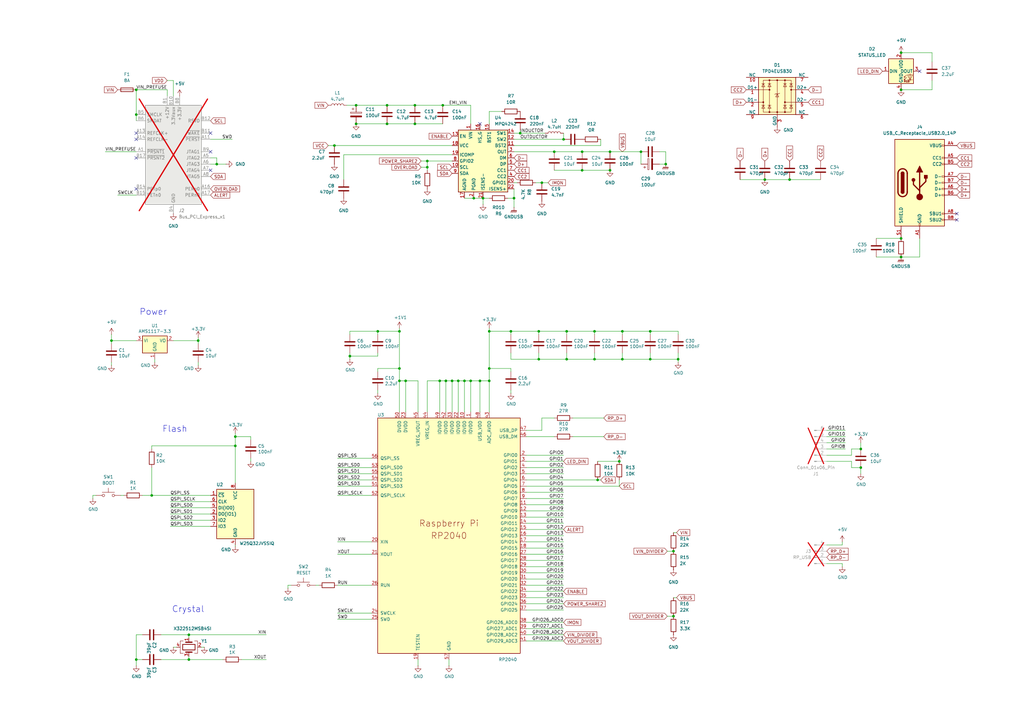
<source format=kicad_sch>
(kicad_sch (version 20231120) (generator "eeschema") (generator_version "8.0")
  (paper "A3")
  (title_block (date "2024-06-26") (rev "v0.11.4"))
  (junction (at 266.7 135.89))
  (junction (at 77.47 260.35))
  (junction (at 200.66 156.21))
  (junction (at 220.98 147.32))
  (junction (at 227.33 62.23))
  (junction (at 55.88 36.83))
  (junction (at 262.89 62.23))
  (junction (at 163.83 135.89))
  (junction (at 313.69 73.66))
  (junction (at 266.7 147.32))
  (junction (at 163.83 151.13))
  (junction (at 146.05 50.8))
  (junction (at 209.55 135.89))
  (junction (at 273.05 67.31))
  (junction (at 369.57 97.79))
  (junction (at 96.52 182.88))
  (junction (at 180.34 156.21))
  (junction (at 146.05 43.18))
  (junction (at 198.12 81.28))
  (junction (at 220.98 135.89))
  (junction (at 238.76 62.23))
  (junction (at 213.36 54.61))
  (junction (at 158.75 43.18))
  (junction (at 276.225 226.06))
  (junction (at 243.84 147.32))
  (junction (at 276.225 252.73))
  (junction (at 369.57 105.41))
  (junction (at 88.9 67.31))
  (junction (at 185.42 156.21))
  (junction (at 158.75 50.8))
  (junction (at 175.26 68.58))
  (junction (at 255.27 147.32))
  (junction (at 232.41 147.32))
  (junction (at 175.26 66.04))
  (junction (at 232.41 135.89))
  (junction (at 323.85 73.66))
  (junction (at 210.82 81.28))
  (junction (at 353.06 191.77))
  (junction (at 243.84 135.89))
  (junction (at 170.18 43.18))
  (junction (at 250.19 62.23))
  (junction (at 369.57 36.83))
  (junction (at 62.23 203.2))
  (junction (at 200.66 135.89))
  (junction (at 77.47 270.51))
  (junction (at 137.16 59.69))
  (junction (at 278.13 147.32))
  (junction (at 55.88 46.99))
  (junction (at 222.25 74.93))
  (junction (at 353.06 184.15))
  (junction (at 255.27 135.89))
  (junction (at 200.66 151.13))
  (junction (at 143.51 146.05))
  (junction (at 190.5 156.21))
  (junction (at 369.57 21.59))
  (junction (at 163.83 156.21))
  (junction (at 45.72 139.7))
  (junction (at 170.18 50.8))
  (junction (at 166.37 156.21))
  (junction (at 238.76 69.85))
  (junction (at 81.28 139.7))
  (junction (at 254 189.23))
  (junction (at 250.19 69.85))
  (junction (at 193.04 156.21))
  (junction (at 154.94 135.89))
  (junction (at 231.14 57.15))
  (junction (at 245.11 196.85))
  (junction (at 96.52 179.07))
  (junction (at 181.61 43.18))
  (junction (at 182.88 156.21))
  (junction (at 55.88 270.51))
  (junction (at 196.85 156.21))
  (junction (at 187.96 156.21))
  (junction (at 194.31 81.28))
  (no_connect (at 86.36 69.85))
  (no_connect (at 392.43 87.63))
  (no_connect (at 55.88 77.47))
  (no_connect (at 55.88 64.77))
  (no_connect (at 196.85 50.8))
  (no_connect (at 86.36 62.23))
  (no_connect (at 55.88 54.61))
  (no_connect (at 55.88 57.15))
  (no_connect (at 392.43 90.17))
  (no_connect (at 377.19 29.21))
  (no_connect (at 86.36 54.61))
  (wire (pts (xy 38.1 203.2) (xy 39.37 203.2)))
  (wire (pts (xy 152.4 251.46) (xy 138.43 251.46)))
  (wire (pts (xy 215.9 240.03) (xy 231.14 240.03)))
  (wire (pts (xy 215.9 260.35) (xy 231.14 260.35)))
  (wire (pts (xy 190.5 168.91) (xy 190.5 156.21)))
  (wire (pts (xy 163.83 156.21) (xy 163.83 168.91)))
  (wire (pts (xy 138.43 196.85) (xy 152.4 196.85)))
  (wire (pts (xy 196.85 156.21) (xy 200.66 156.21)))
  (wire (pts (xy 62.23 203.2) (xy 86.36 203.2)))
  (wire (pts (xy 142.24 43.18) (xy 146.05 43.18)))
  (wire (pts (xy 200.66 151.13) (xy 209.55 151.13)))
  (wire (pts (xy 339.09 181.61) (xy 346.71 181.61)))
  (wire (pts (xy 278.13 144.78) (xy 278.13 147.32)))
  (wire (pts (xy 200.66 45.72) (xy 200.66 50.8)))
  (wire (pts (xy 200.66 81.28) (xy 198.12 81.28)))
  (wire (pts (xy 215.9 212.09) (xy 231.14 212.09)))
  (wire (pts (xy 339.09 176.53) (xy 346.71 176.53)))
  (wire (pts (xy 172.72 66.04) (xy 175.26 66.04)))
  (wire (pts (xy 277.495 218.44) (xy 276.225 218.44)))
  (wire (pts (xy 55.88 270.51) (xy 55.88 273.05)))
  (wire (pts (xy 38.1 204.47) (xy 38.1 203.2)))
  (wire (pts (xy 222.25 171.45) (xy 227.33 171.45)))
  (wire (pts (xy 254 196.85) (xy 254 199.39)))
  (wire (pts (xy 222.25 171.45) (xy 222.25 176.53)))
  (wire (pts (xy 345.44 232.41) (xy 345.44 231.14)))
  (wire (pts (xy 175.26 68.58) (xy 175.26 66.04)))
  (wire (pts (xy 193.04 43.18) (xy 193.04 50.8)))
  (wire (pts (xy 163.83 134.62) (xy 163.83 135.89)))
  (wire (pts (xy 77.47 270.51) (xy 91.44 270.51)))
  (wire (pts (xy 210.82 59.69) (xy 246.38 59.69)))
  (wire (pts (xy 175.26 168.91) (xy 175.26 156.21)))
  (wire (pts (xy 359.41 105.41) (xy 369.57 105.41)))
  (wire (pts (xy 273.05 62.23) (xy 273.05 67.31)))
  (wire (pts (xy 143.51 144.78) (xy 143.51 146.05)))
  (wire (pts (xy 210.82 54.61) (xy 213.36 54.61)))
  (wire (pts (xy 246.38 57.15) (xy 246.38 59.69)))
  (wire (pts (xy 215.9 219.71) (xy 231.14 219.71)))
  (wire (pts (xy 66.04 270.51) (xy 77.47 270.51)))
  (wire (pts (xy 210.82 77.47) (xy 210.82 81.28)))
  (wire (pts (xy 270.51 62.23) (xy 273.05 62.23)))
  (wire (pts (xy 138.43 222.25) (xy 152.4 222.25)))
  (wire (pts (xy 152.4 187.96) (xy 138.43 187.96)))
  (wire (pts (xy 68.58 33.02) (xy 71.12 33.02)))
  (wire (pts (xy 58.42 260.35) (xy 55.88 260.35)))
  (wire (pts (xy 215.9 209.55) (xy 231.14 209.55)))
  (wire (pts (xy 238.76 69.85) (xy 250.19 69.85)))
  (wire (pts (xy 323.85 73.66) (xy 336.55 73.66)))
  (wire (pts (xy 215.9 247.65) (xy 231.14 247.65)))
  (wire (pts (xy 209.55 135.89) (xy 220.98 135.89)))
  (wire (pts (xy 215.9 224.79) (xy 231.14 224.79)))
  (wire (pts (xy 215.9 186.69) (xy 231.14 186.69)))
  (wire (pts (xy 227.33 62.23) (xy 238.76 62.23)))
  (wire (pts (xy 215.9 199.39) (xy 254 199.39)))
  (wire (pts (xy 353.06 181.61) (xy 353.06 184.15)))
  (wire (pts (xy 102.87 179.07) (xy 96.52 179.07)))
  (wire (pts (xy 215.9 222.25) (xy 231.14 222.25)))
  (wire (pts (xy 63.5 147.32) (xy 63.5 148.59)))
  (wire (pts (xy 143.51 137.16) (xy 143.51 135.89)))
  (wire (pts (xy 182.88 168.91) (xy 182.88 156.21)))
  (wire (pts (xy 55.88 260.35) (xy 55.88 270.51)))
  (wire (pts (xy 77.47 269.24) (xy 77.47 270.51)))
  (wire (pts (xy 71.12 33.02) (xy 71.12 39.37)))
  (wire (pts (xy 58.42 203.2) (xy 62.23 203.2)))
  (wire (pts (xy 345.44 223.52) (xy 339.09 223.52)))
  (wire (pts (xy 209.55 137.16) (xy 209.55 135.89)))
  (wire (pts (xy 349.25 186.69) (xy 339.09 186.69)))
  (wire (pts (xy 215.9 232.41) (xy 231.14 232.41)))
  (wire (pts (xy 175.26 156.21) (xy 180.34 156.21)))
  (wire (pts (xy 266.7 147.32) (xy 255.27 147.32)))
  (wire (pts (xy 58.42 270.51) (xy 55.88 270.51)))
  (wire (pts (xy 143.51 146.05) (xy 154.94 146.05)))
  (wire (pts (xy 180.34 168.91) (xy 180.34 156.21)))
  (wire (pts (xy 232.41 135.89) (xy 243.84 135.89)))
  (wire (pts (xy 215.9 245.11) (xy 231.14 245.11)))
  (wire (pts (xy 146.05 50.8) (xy 158.75 50.8)))
  (wire (pts (xy 152.4 254) (xy 138.43 254)))
  (wire (pts (xy 71.12 265.43) (xy 72.39 265.43)))
  (wire (pts (xy 158.75 43.18) (xy 170.18 43.18)))
  (wire (pts (xy 138.43 240.03) (xy 152.4 240.03)))
  (wire (pts (xy 209.55 152.4) (xy 209.55 151.13)))
  (wire (pts (xy 137.16 59.69) (xy 185.42 59.69)))
  (wire (pts (xy 266.7 144.78) (xy 266.7 147.32)))
  (wire (pts (xy 96.52 177.8) (xy 96.52 179.07)))
  (wire (pts (xy 232.41 144.78) (xy 232.41 147.32)))
  (wire (pts (xy 134.62 59.69) (xy 137.16 59.69)))
  (wire (pts (xy 154.94 152.4) (xy 154.94 151.13)))
  (wire (pts (xy 129.54 240.03) (xy 130.81 240.03)))
  (wire (pts (xy 69.85 205.74) (xy 86.36 205.74)))
  (wire (pts (xy 193.04 156.21) (xy 193.04 168.91)))
  (wire (pts (xy 245.11 196.85) (xy 246.38 196.85)))
  (wire (pts (xy 171.45 168.91) (xy 171.45 156.21)))
  (wire (pts (xy 382.27 21.59) (xy 369.57 21.59)))
  (wire (pts (xy 243.84 135.89) (xy 255.27 135.89)))
  (wire (pts (xy 215.9 189.23) (xy 231.14 189.23)))
  (wire (pts (xy 77.47 260.35) (xy 109.22 260.35)))
  (wire (pts (xy 68.58 36.83) (xy 68.58 39.37)))
  (wire (pts (xy 215.9 250.19) (xy 231.14 250.19)))
  (wire (pts (xy 339.09 179.07) (xy 346.71 179.07)))
  (wire (pts (xy 158.75 50.8) (xy 170.18 50.8)))
  (wire (pts (xy 215.9 194.31) (xy 231.14 194.31)))
  (wire (pts (xy 170.18 50.8) (xy 181.61 50.8)))
  (wire (pts (xy 96.52 182.88) (xy 96.52 198.12)))
  (wire (pts (xy 215.9 217.17) (xy 231.14 217.17)))
  (wire (pts (xy 215.9 204.47) (xy 231.14 204.47)))
  (wire (pts (xy 86.36 67.31) (xy 88.9 67.31)))
  (wire (pts (xy 170.18 43.18) (xy 181.61 43.18)))
  (wire (pts (xy 210.82 57.15) (xy 231.14 57.15)))
  (wire (pts (xy 66.04 260.35) (xy 77.47 260.35)))
  (wire (pts (xy 278.13 147.32) (xy 278.13 148.59)))
  (wire (pts (xy 193.04 156.21) (xy 196.85 156.21)))
  (wire (pts (xy 213.36 54.61) (xy 213.36 53.34)))
  (wire (pts (xy 200.66 151.13) (xy 200.66 156.21)))
  (wire (pts (xy 86.36 213.36) (xy 69.85 213.36)))
  (wire (pts (xy 86.36 208.28) (xy 69.85 208.28)))
  (wire (pts (xy 277.495 245.11) (xy 276.225 245.11)))
  (wire (pts (xy 81.28 148.59) (xy 81.28 149.86)))
  (wire (pts (xy 45.72 148.59) (xy 45.72 149.86)))
  (wire (pts (xy 96.52 224.155) (xy 96.52 223.52)))
  (wire (pts (xy 88.9 67.31) (xy 92.71 67.31)))
  (wire (pts (xy 154.94 151.13) (xy 163.83 151.13)))
  (wire (pts (xy 382.27 36.83) (xy 369.57 36.83)))
  (wire (pts (xy 138.43 194.31) (xy 152.4 194.31)))
  (wire (pts (xy 49.53 203.2) (xy 50.8 203.2)))
  (wire (pts (xy 266.7 147.32) (xy 278.13 147.32)))
  (wire (pts (xy 154.94 160.02) (xy 154.94 161.29)))
  (wire (pts (xy 220.98 137.16) (xy 220.98 135.89)))
  (wire (pts (xy 273.685 252.73) (xy 276.225 252.73)))
  (wire (pts (xy 43.18 62.23) (xy 55.88 62.23)))
  (wire (pts (xy 45.72 137.16) (xy 45.72 139.7)))
  (wire (pts (xy 359.41 97.79) (xy 369.57 97.79)))
  (wire (pts (xy 215.9 237.49) (xy 231.14 237.49)))
  (wire (pts (xy 215.9 234.95) (xy 231.14 234.95)))
  (wire (pts (xy 62.23 191.77) (xy 62.23 203.2)))
  (wire (pts (xy 48.26 80.01) (xy 55.88 80.01)))
  (wire (pts (xy 215.9 191.77) (xy 231.14 191.77)))
  (wire (pts (xy 184.15 270.51) (xy 184.15 273.05)))
  (wire (pts (xy 313.69 73.66) (xy 323.85 73.66)))
  (wire (pts (xy 212.09 74.93) (xy 210.82 74.93)))
  (wire (pts (xy 210.82 81.28) (xy 210.82 85.09)))
  (wire (pts (xy 187.96 156.21) (xy 190.5 156.21)))
  (wire (pts (xy 215.9 255.27) (xy 231.14 255.27)))
  (wire (pts (xy 219.71 74.93) (xy 222.25 74.93)))
  (wire (pts (xy 245.11 189.23) (xy 254 189.23)))
  (wire (pts (xy 209.55 144.78) (xy 209.55 147.32)))
  (wire (pts (xy 55.88 46.99) (xy 55.88 49.53)))
  (wire (pts (xy 231.14 57.15) (xy 231.14 54.61)))
  (wire (pts (xy 339.09 189.23) (xy 349.25 189.23)))
  (wire (pts (xy 250.19 62.23) (xy 262.89 62.23)))
  (wire (pts (xy 102.87 180.34) (xy 102.87 179.07)))
  (wire (pts (xy 190.5 156.21) (xy 193.04 156.21)))
  (wire (pts (xy 213.36 54.61) (xy 223.52 54.61)))
  (wire (pts (xy 255.27 135.89) (xy 266.7 135.89)))
  (wire (pts (xy 154.94 146.05) (xy 154.94 144.78)))
  (wire (pts (xy 238.76 62.23) (xy 250.19 62.23)))
  (wire (pts (xy 215.9 242.57) (xy 231.14 242.57)))
  (wire (pts (xy 71.12 139.7) (xy 81.28 139.7)))
  (wire (pts (xy 171.45 270.51) (xy 171.45 273.05)))
  (wire (pts (xy 152.4 203.2) (xy 138.43 203.2)))
  (wire (pts (xy 266.7 137.16) (xy 266.7 135.89)))
  (wire (pts (xy 232.41 137.16) (xy 232.41 135.89)))
  (wire (pts (xy 143.51 146.05) (xy 143.51 147.32)))
  (wire (pts (xy 255.27 144.78) (xy 255.27 147.32)))
  (wire (pts (xy 215.9 201.93) (xy 231.14 201.93)))
  (wire (pts (xy 175.26 68.58) (xy 175.26 69.85)))
  (wire (pts (xy 118.11 240.03) (xy 119.38 240.03)))
  (wire (pts (xy 96.52 179.07) (xy 96.52 182.88)))
  (wire (pts (xy 339.09 184.15) (xy 346.71 184.15)))
  (wire (pts (xy 86.36 210.82) (xy 69.85 210.82)))
  (wire (pts (xy 102.87 187.96) (xy 102.87 189.23)))
  (wire (pts (xy 86.36 64.77) (xy 88.9 64.77)))
  (wire (pts (xy 77.47 261.62) (xy 77.47 260.35)))
  (wire (pts (xy 353.06 191.77) (xy 353.06 194.31)))
  (wire (pts (xy 196.85 168.91) (xy 196.85 156.21)))
  (wire (pts (xy 81.28 139.7) (xy 81.28 138.43)))
  (wire (pts (xy 215.9 262.89) (xy 231.14 262.89)))
  (wire (pts (xy 266.7 135.89) (xy 278.13 135.89)))
  (wire (pts (xy 278.13 137.16) (xy 278.13 135.89)))
  (wire (pts (xy 200.66 134.62) (xy 200.66 135.89)))
  (wire (pts (xy 220.98 147.32) (xy 209.55 147.32)))
  (wire (pts (xy 138.43 191.77) (xy 152.4 191.77)))
  (wire (pts (xy 99.06 270.51) (xy 109.22 270.51)))
  (wire (pts (xy 154.94 135.89) (xy 163.83 135.89)))
  (wire (pts (xy 185.42 63.5) (xy 140.97 63.5)))
  (wire (pts (xy 152.4 227.33) (xy 138.43 227.33)))
  (wire (pts (xy 55.88 139.7) (xy 45.72 139.7)))
  (wire (pts (xy 209.55 160.02) (xy 209.55 161.29)))
  (wire (pts (xy 185.42 156.21) (xy 187.96 156.21)))
  (wire (pts (xy 138.43 199.39) (xy 152.4 199.39)))
  (wire (pts (xy 163.83 135.89) (xy 163.83 151.13)))
  (wire (pts (xy 255.27 137.16) (xy 255.27 135.89)))
  (wire (pts (xy 349.25 189.23) (xy 349.25 191.77)))
  (wire (pts (xy 185.42 168.91) (xy 185.42 156.21)))
  (wire (pts (xy 82.55 265.43) (xy 83.82 265.43)))
  (wire (pts (xy 349.25 191.77) (xy 353.06 191.77)))
  (wire (pts (xy 154.94 137.16) (xy 154.94 135.89)))
  (wire (pts (xy 200.66 135.89) (xy 209.55 135.89)))
  (wire (pts (xy 349.25 184.15) (xy 353.06 184.15)))
  (wire (pts (xy 190.5 81.28) (xy 194.31 81.28)))
  (wire (pts (xy 200.66 156.21) (xy 200.66 168.91)))
  (wire (pts (xy 210.82 62.23) (xy 227.33 62.23)))
  (wire (pts (xy 95.25 57.15) (xy 86.36 57.15)))
  (wire (pts (xy 172.72 68.58) (xy 175.26 68.58)))
  (wire (pts (xy 255.27 147.32) (xy 243.84 147.32)))
  (wire (pts (xy 262.89 62.23) (xy 262.89 67.31)))
  (wire (pts (xy 215.9 229.87) (xy 231.14 229.87)))
  (wire (pts (xy 62.23 184.15) (xy 62.23 182.88)))
  (wire (pts (xy 220.98 144.78) (xy 220.98 147.32)))
  (wire (pts (xy 215.9 196.85) (xy 245.11 196.85)))
  (wire (pts (xy 215.9 257.81) (xy 231.14 257.81)))
  (wire (pts (xy 243.84 147.32) (xy 232.41 147.32)))
  (wire (pts (xy 182.88 156.21) (xy 185.42 156.21)))
  (wire (pts (xy 227.33 69.85) (xy 238.76 69.85)))
  (wire (pts (xy 270.51 67.31) (xy 273.05 67.31)))
  (wire (pts (xy 205.74 45.72) (xy 200.66 45.72)))
  (wire (pts (xy 303.53 73.66) (xy 313.69 73.66)))
  (wire (pts (xy 86.36 215.9) (xy 69.85 215.9)))
  (wire (pts (xy 140.97 63.5) (xy 140.97 73.66)))
  (wire (pts (xy 215.9 176.53) (xy 222.25 176.53)))
  (wire (pts (xy 273.685 226.06) (xy 276.225 226.06)))
  (wire (pts (xy 232.41 147.32) (xy 220.98 147.32)))
  (wire (pts (xy 220.98 135.89) (xy 232.41 135.89)))
  (wire (pts (xy 81.28 140.97) (xy 81.28 139.7)))
  (wire (pts (xy 243.84 144.78) (xy 243.84 147.32)))
  (wire (pts (xy 163.83 151.13) (xy 163.83 156.21)))
  (wire (pts (xy 345.44 231.14) (xy 339.09 231.14)))
  (wire (pts (xy 377.19 97.79) (xy 377.19 105.41)))
  (wire (pts (xy 55.88 36.83) (xy 55.88 46.99)))
  (wire (pts (xy 181.61 43.18) (xy 193.04 43.18)))
  (wire (pts (xy 200.66 135.89) (xy 200.66 151.13)))
  (wire (pts (xy 55.88 36.83) (xy 68.58 36.83)))
  (wire (pts (xy 166.37 168.91) (xy 166.37 156.21)))
  (wire (pts (xy 88.9 67.31) (xy 88.9 64.77)))
  (wire (pts (xy 345.44 222.25) (xy 345.44 223.52)))
  (wire (pts (xy 234.95 171.45) (xy 247.65 171.45)))
  (wire (pts (xy 180.34 156.21) (xy 182.88 156.21)))
  (wire (pts (xy 234.95 179.07) (xy 247.65 179.07)))
  (wire (pts (xy 171.45 156.21) (xy 166.37 156.21)))
  (wire (pts (xy 187.96 168.91) (xy 187.96 156.21)))
  (wire (pts (xy 222.25 74.93) (xy 224.79 74.93)))
  (wire (pts (xy 143.51 135.89) (xy 154.94 135.89)))
  (wire (pts (xy 382.27 33.02) (xy 382.27 36.83)))
  (wire (pts (xy 215.9 214.63) (xy 231.14 214.63)))
  (wire (pts (xy 166.37 156.21) (xy 163.83 156.21)))
  (wire (pts (xy 118.11 241.3) (xy 118.11 240.03)))
  (wire (pts (xy 198.12 81.28) (xy 198.12 83.82)))
  (wire (pts (xy 62.23 182.88) (xy 96.52 182.88)))
  (wire (pts (xy 194.31 81.28) (xy 198.12 81.28)))
  (wire (pts (xy 349.25 184.15) (xy 349.25 186.69)))
  (wire (pts (xy 215.9 179.07) (xy 227.33 179.07)))
  (wire (pts (xy 45.72 140.97) (xy 45.72 139.7)))
  (wire (pts (xy 382.27 25.4) (xy 382.27 21.59)))
  (wire (pts (xy 243.84 137.16) (xy 243.84 135.89)))
  (wire (pts (xy 215.9 207.01) (xy 231.14 207.01)))
  (wire (pts (xy 208.28 81.28) (xy 210.82 81.28)))
  (wire (pts (xy 215.9 227.33) (xy 231.14 227.33)))
  (wire (pts (xy 175.26 66.04) (xy 185.42 66.04)))
  (wire (pts (xy 146.05 43.18) (xy 158.75 43.18)))
  (wire (pts (xy 377.19 105.41) (xy 369.57 105.41)))
  (text "Power" (at 57.15 129.54 0) (effects (font (size 2.54 2.54)) (justify left bottom)))
  (text "Crystal" (at 70.485 251.46 0) (effects (font (size 2.54 2.54)) (justify left bottom)))
  (text "Flash" (at 66.548 177.546 0) (effects (font (size 2.54 2.54)) (justify left bottom)))
  (label "GPIO7" (at 231.14 204.47 180))
  (label "GPIO8" (at 231.14 207.01 180))
  (label "QSPI_SCLK" (at 69.85 205.74 0))
  (label "SWD" (at 95.25 57.15 180))
  (label "QSPI_SD2" (at 138.43 196.85 0))
  (label "OUTDUCTOR" (at 213.36 57.15 0))
  (label "GPIO11" (at 231.14 214.63 180))
  (label "GPIO26_ADC0" (at 231.14 255.27 180))
  (label "QSPI_SD1" (at 138.43 194.31 0))
  (label "GPIO19" (at 231.14 234.95 180))
  (label "QSPI_SD2" (at 69.85 213.36 0))
  (label "XIN" (at 138.43 222.25 0))
  (label "XOUT" (at 109.22 270.51 180))
  (label "GPIO12" (at 231.14 217.17 180))
  (label "XOUT" (at 138.43 227.33 0))
  (label "GPIO0" (at 231.14 186.69 180))
  (label "GPIO24" (at 231.14 247.65 180))
  (label "GPIO18" (at 231.14 232.41 180))
  (label "GPIO5" (at 231.14 199.39 180))
  (label "QSPI_SS" (at 69.85 203.2 0))
  (label "RUN" (at 138.43 240.03 0))
  (label "XIN" (at 109.22 260.35 180))
  (label "VIN_PREFUSE" (at 43.18 62.23 0))
  (label "GPIO1" (at 231.14 189.23 180))
  (label "GPIO23" (at 231.14 245.11 180))
  (label "GPIO17" (at 231.14 229.87 180))
  (label "GPIO27_ADC1" (at 231.14 257.81 180))
  (label "QSPI_SS" (at 138.43 187.96 0))
  (label "GPIO14" (at 231.14 222.25 180))
  (label "GPIO28_ADC2" (at 231.14 260.35 180))
  (label "SWCLK" (at 48.26 80.01 0))
  (label "GPIO16" (at 231.14 227.33 180))
  (label "GPIO2" (at 231.14 191.77 180))
  (label "SWCLK" (at 138.43 251.46 0))
  (label "GPIO15" (at 231.14 224.79 180))
  (label "GPIO9" (at 231.14 209.55 180))
  (label "GPIO10" (at 231.14 212.09 180))
  (label "QSPI_SD3" (at 138.43 199.39 0))
  (label "GPIO29_ADC3" (at 231.14 262.89 180))
  (label "QSPI_SD3" (at 69.85 215.9 0))
  (label "GPIO8" (at 346.71 184.15 180))
  (label "GPIO4" (at 231.14 196.85 180))
  (label "GPIO11" (at 346.71 176.53 180))
  (label "GPIO21" (at 231.14 240.03 180))
  (label "GPIO6" (at 231.14 201.93 180))
  (label "GPIO10" (at 346.71 179.07 180))
  (label "GPIO9" (at 346.71 181.61 180))
  (label "SWD" (at 138.43 254 0))
  (label "VIN_PREFUSE" (at 55.88 36.83 0))
  (label "QSPI_SD0" (at 138.43 191.77 0))
  (label "QSPI_SD1" (at 69.85 210.82 0))
  (label "GPIO13" (at 231.14 219.71 180))
  (label "INDUCTOR" (at 213.36 54.61 0))
  (label "GPIO25" (at 231.14 250.19 180))
  (label "GPIO22" (at 231.14 242.57 180))
  (label "QSPI_SCLK" (at 138.43 203.2 0))
  (label "GPIO20" (at 231.14 237.49 180))
  (label "EMI_VIN" (at 184.15 43.18 0))
  (label "GPIO3" (at 231.14 194.31 180))
  (label "QSPI_SD0" (at 69.85 208.28 0))
  (global_label "VBUS" (shape input) (at 277.495 245.11 0) (property "Intersheetrefs" "${INTERSHEET_REFS}" (effects (hide yes))))
  (global_label "VIN_DIVIDER" (shape input) (at 231.14 260.35 0) (property "Intersheetrefs" "${INTERSHEET_REFS}" (effects (hide yes))))
  (global_label "CC1" (shape input) (at 210.82 69.85 0) (property "Intersheetrefs" "${INTERSHEET_REFS}" (effects (hide yes))))
  (global_label "D-" (shape input) (at 303.53 66.04 90) (property "Intersheetrefs" "${INTERSHEET_REFS}" (effects (hide yes))))
  (global_label "SCL" (shape input) (at 185.42 68.58 180) (property "Intersheetrefs" "${INTERSHEET_REFS}" (effects (hide yes))))
  (global_label "ALERT" (shape input) (at 231.14 217.17 0) (property "Intersheetrefs" "${INTERSHEET_REFS}" (effects (hide yes))))
  (global_label "SDA" (shape input) (at 246.38 196.85 0) (property "Intersheetrefs" "${INTERSHEET_REFS}" (effects (hide yes))))
  (global_label "VBUS" (shape input) (at 255.27 62.23 90) (property "Intersheetrefs" "${INTERSHEET_REFS}" (effects (hide yes))))
  (global_label "CC2" (shape input) (at 392.43 67.31 0) (property "Intersheetrefs" "${INTERSHEET_REFS}" (effects (hide yes))))
  (global_label "ENABLE" (shape input) (at 185.42 55.88 180) (property "Intersheetrefs" "${INTERSHEET_REFS}" (effects (hide yes))))
  (global_label "VDD" (shape input) (at 68.58 33.02 180) (property "Intersheetrefs" "${INTERSHEET_REFS}" (effects (hide yes))))
  (global_label "VCC" (shape input) (at 134.62 59.69 180) (property "Intersheetrefs" "${INTERSHEET_REFS}" (effects (hide yes))))
  (global_label "IMON" (shape input) (at 224.79 74.93 0) (property "Intersheetrefs" "${INTERSHEET_REFS}" (effects (hide yes))))
  (global_label "D-" (shape input) (at 210.82 64.77 0) (property "Intersheetrefs" "${INTERSHEET_REFS}" (effects (hide yes))))
  (global_label "LED_DIN" (shape input) (at 361.95 29.21 180) (property "Intersheetrefs" "${INTERSHEET_REFS}" (effects (hide yes))))
  (global_label "VIN" (shape input) (at 277.495 218.44 0) (property "Intersheetrefs" "${INTERSHEET_REFS}" (effects (hide yes))))
  (global_label "CC1" (shape input) (at 392.43 64.77 0) (property "Intersheetrefs" "${INTERSHEET_REFS}" (effects (hide yes))))
  (global_label "CC2" (shape input) (at 336.55 66.04 90) (property "Intersheetrefs" "${INTERSHEET_REFS}" (effects (hide yes))))
  (global_label "VIN" (shape input) (at 48.26 36.83 180) (property "Intersheetrefs" "${INTERSHEET_REFS}" (effects (hide yes))))
  (global_label "RP_D-" (shape input) (at 339.09 228.6 0) (property "Intersheetrefs" "${INTERSHEET_REFS}" (effects (hide yes))))
  (global_label "CC1" (shape input) (at 331.47 41.91 0) (property "Intersheetrefs" "${INTERSHEET_REFS}" (effects (hide yes))))
  (global_label "CC2" (shape input) (at 210.82 72.39 0) (property "Intersheetrefs" "${INTERSHEET_REFS}" (effects (hide yes))))
  (global_label "POWER_SHARE2" (shape input) (at 231.14 247.65 0) (property "Intersheetrefs" "${INTERSHEET_REFS}" (effects (hide yes))))
  (global_label "VOUT_DIVIDER" (shape input) (at 231.14 262.89 0) (property "Intersheetrefs" "${INTERSHEET_REFS}" (effects (hide yes))))
  (global_label "LED_DIN" (shape input) (at 231.14 189.23 0) (property "Intersheetrefs" "${INTERSHEET_REFS}" (effects (hide yes))))
  (global_label "D+" (shape input) (at 306.07 41.91 180) (property "Intersheetrefs" "${INTERSHEET_REFS}" (effects (hide yes))))
  (global_label "D-" (shape input) (at 392.43 74.93 0) (property "Intersheetrefs" "${INTERSHEET_REFS}" (effects (hide yes))))
  (global_label "IMON" (shape input) (at 231.14 255.27 0) (property "Intersheetrefs" "${INTERSHEET_REFS}" (effects (hide yes))))
  (global_label "D+" (shape input) (at 313.69 66.04 90) (property "Intersheetrefs" "${INTERSHEET_REFS}" (effects (hide yes))))
  (global_label "D+" (shape input) (at 210.82 67.31 0) (property "Intersheetrefs" "${INTERSHEET_REFS}" (effects (hide yes))))
  (global_label "VIN" (shape input) (at 134.62 43.18 180) (property "Intersheetrefs" "${INTERSHEET_REFS}" (effects (hide yes))))
  (global_label "POWER_SHARE2" (shape input) (at 172.72 66.04 180) (property "Intersheetrefs" "${INTERSHEET_REFS}" (effects (hide yes))))
  (global_label "OVERLOAD" (shape input) (at 86.36 77.47 0) (property "Intersheetrefs" "${INTERSHEET_REFS}" (effects (hide yes))))
  (global_label "VOUT_DIVIDER" (shape input) (at 273.685 252.73 180) (property "Intersheetrefs" "${INTERSHEET_REFS}" (effects (hide yes))))
  (global_label "D+" (shape input) (at 392.43 80.01 0) (property "Intersheetrefs" "${INTERSHEET_REFS}" (effects (hide yes))))
  (global_label "CC2" (shape input) (at 306.07 36.83 180) (property "Intersheetrefs" "${INTERSHEET_REFS}" (effects (hide yes))))
  (global_label "SCL" (shape input) (at 86.36 49.53 0) (property "Intersheetrefs" "${INTERSHEET_REFS}" (effects (hide yes))))
  (global_label "SCL" (shape input) (at 254 199.39 0) (property "Intersheetrefs" "${INTERSHEET_REFS}" (effects (hide yes))))
  (global_label "RP_D+" (shape input) (at 339.09 226.06 0) (property "Intersheetrefs" "${INTERSHEET_REFS}" (effects (hide yes))))
  (global_label "RP_D+" (shape input) (at 247.65 171.45 0) (property "Intersheetrefs" "${INTERSHEET_REFS}" (effects (hide yes))))
  (global_label "D+" (shape input) (at 392.43 77.47 0) (property "Intersheetrefs" "${INTERSHEET_REFS}" (effects (hide yes))))
  (global_label "D-" (shape input) (at 392.43 72.39 0) (property "Intersheetrefs" "${INTERSHEET_REFS}" (effects (hide yes))))
  (global_label "SDA" (shape input) (at 185.42 71.12 180) (property "Intersheetrefs" "${INTERSHEET_REFS}" (effects (hide yes))))
  (global_label "ALERT" (shape input) (at 86.36 80.01 0) (property "Intersheetrefs" "${INTERSHEET_REFS}" (effects (hide yes))))
  (global_label "RP_D-" (shape input) (at 247.65 179.07 0) (property "Intersheetrefs" "${INTERSHEET_REFS}" (effects (hide yes))))
  (global_label "D-" (shape input) (at 331.47 36.83 0) (property "Intersheetrefs" "${INTERSHEET_REFS}" (effects (hide yes))))
  (global_label "SDA" (shape input) (at 86.36 72.39 0) (property "Intersheetrefs" "${INTERSHEET_REFS}" (effects (hide yes))))
  (global_label "VBUS" (shape input) (at 392.43 59.69 0) (property "Intersheetrefs" "${INTERSHEET_REFS}" (effects (hide yes))))
  (global_label "ENABLE" (shape input) (at 231.14 242.57 0) (property "Intersheetrefs" "${INTERSHEET_REFS}" (effects (hide yes))))
  (global_label "OVERLOAD" (shape input) (at 172.72 68.58 180) (property "Intersheetrefs" "${INTERSHEET_REFS}" (effects (hide yes))))
  (global_label "VIN_DIVIDER" (shape input) (at 273.685 226.06 180) (property "Intersheetrefs" "${INTERSHEET_REFS}" (effects (hide yes))))
  (global_label "CC1" (shape input) (at 323.85 66.04 90) (property "Intersheetrefs" "${INTERSHEET_REFS}" (effects (hide yes))))
  (symbol (lib_id "Device:C") (at 353.06 187.96 0) (unit 1)
    (property "Reference" "C36" (at 356.87 186.6899 0) (effects (justify left)))
    (property "Value" "10uF" (at 356.87 189.2299 0) (effects (justify left)))
    (property "Footprint" "Capacitor_SMD:C_0805_2012Metric" (effects (hide yes)))
    (property "Description" "Unpolarized capacitor" (effects (hide yes)))
    (property "LCSC" "C15850" (effects (hide yes)))
  )
  (symbol (lib_id "Device:C") (at 255.27 140.97 0) (unit 1)
    (property "Reference" "C25" (at 258.191 139.8016 0) (effects (justify left)))
    (property "Value" "100nF" (at 258.191 142.113 0) (effects (justify left)))
    (property "Footprint" "Capacitor_SMD:C_0402_1005Metric" (effects (hide yes)))
    (property "LCSC" "C1525" (effects (hide yes)))
  )
  (symbol (lib_id "Device:R") (at 369.57 101.6 0) (unit 1)
    (property "Reference" "R18" (at 367.03 100.3299 0) (effects (justify right)))
    (property "Value" "100K" (at 367.03 102.8699 0) (effects (justify right)))
    (property "Footprint" "Resistor_SMD:R_0603_1608Metric" (effects (hide yes)))
    (property "Description" "Resistor" (effects (hide yes)))
    (property "LCSC" "C25803" (effects (hide yes)))
  )
  (symbol (lib_id "Device:R") (at 254 193.04 0) (unit 1)
    (property "Reference" "R13" (at 256.54 191.7699 0) (effects (justify left)))
    (property "Value" "10K" (at 256.54 194.3099 0) (effects (justify left)))
    (property "Footprint" "Resistor_SMD:R_0402_1005Metric" (effects (hide yes)))
    (property "Description" "Resistor" (effects (hide yes)))
    (property "LCSC" "C25744" (effects (hide yes)))
  )
  (symbol (lib_id "power:+3.3V") (at 254 189.23 0) (unit 1)
    (property "Reference" "#PWR030" (effects (hide yes)))
    (property "Value" "+3.3V" (at 254 185.674 0))
    (property "Description" "Power symbol creates a global label with name \"+3.3V\"" (effects (hide yes)))
  )
  (symbol (lib_id "power:GNDPWR") (at 273.05 67.31 0) (unit 1)
    (property "Reference" "#PWR036" (effects (hide yes)))
    (property "Value" "GNDUSB" (at 272.923 71.12 0))
    (property "Description" "Power symbol creates a global label with name \"GNDPWR\" , global ground" (effects (hide yes)))
  )
  (symbol (lib_id "power:GND") (at 143.51 147.32 0) (unit 1)
    (property "Reference" "#PWR016" (effects (hide yes)))
    (property "Value" "GND" (at 143.637 151.7142 0))
  )
  (symbol (lib_id "Device:L") (at 138.43 43.18 90) (unit 1)
    (property "Reference" "L1" (at 138.43 38.1 90))
    (property "Value" "4.7uH" (at 138.43 40.64 90))
    (property "Footprint" "Inductor_SMD:L_Sunlord_MWSA0603S" (effects (hide yes)))
    (property "Description" "Inductor" (effects (hide yes)))
    (property "LCSC" "C408447" (effects (hide yes)))
  )
  (symbol (lib_id "power:GND") (at 369.57 36.83 0) (unit 1)
    (property "Reference" "#PWR045" (effects (hide yes)))
    (property "Value" "GND" (at 369.57 41.91 0))
    (property "Description" "Power symbol creates a global label with name \"GND\" , ground" (effects (hide yes)))
  )
  (symbol (lib_id "Switch:SW_Push") (at 124.46 240.03 0) (unit 1)
    (property "Reference" "SW2" (at 124.46 232.41 0))
    (property "Value" "RESET" (at 124.46 234.95 0))
    (property "Footprint" "Local Library:XKB_TS-1101_SWITCH" (effects (hide yes)))
    (property "Description" "Push button switch, generic, two pins" (effects (hide yes)))
    (property "LCSC" "C318938" (effects (hide yes)))
  )
  (symbol (lib_id "Device:R") (at 276.225 248.92 0) (unit 1)
    (property "Reference" "R16" (at 278.765 247.6499 0) (effects (justify left)))
    (property "Value" "22K" (at 278.765 250.1899 0) (effects (justify left)))
    (property "Footprint" "Resistor_SMD:R_0402_1005Metric" (effects (hide yes)))
    (property "Description" "Resistor" (effects (hide yes)))
    (property "LCSC" "C25768" (effects (hide yes)))
  )
  (symbol (lib_id "Device:C_Polarized") (at 146.05 46.99 0) (unit 1)
    (property "Reference" "C11" (at 149.86 44.8309 0) (effects (justify left)))
    (property "Value" "100uF" (at 149.86 47.3709 0) (effects (justify left)))
    (property "Footprint" "Capacitor_SMD:CP_Elec_6.3x7.7" (effects (hide yes)))
    (property "Description" "Polarized capacitor" (effects (hide yes)))
    (property "LCSC" "C3151829" (effects (hide yes)))
  )
  (symbol (lib_id "Device:C") (at 336.55 69.85 0) (unit 1)
    (property "Reference" "C34" (at 340.36 68.5799 0) (effects (justify left)))
    (property "Value" "470pF" (at 340.36 71.1199 0) (effects (justify left)))
    (property "Footprint" "Capacitor_SMD:C_0402_1005Metric" (effects (hide yes)))
    (property "Description" "Unpolarized capacitor" (effects (hide yes)))
    (property "LCSC" "C1537" (effects (hide yes)))
  )
  (symbol (lib_id "usb-pd-psu:LED_Neopixel_Side_Light_SK6812") (at 369.57 29.21 0) (unit 1)
    (property "Reference" "D2" (at 357.632 20.066 0))
    (property "Value" "STATUS_LED" (at 357.632 22.606 0))
    (property "Footprint" "Local Library:LED_Neopixel_Side_Light_SK6812" (effects (hide yes)))
    (property "Datasheet" "https://cdn-shop.adafruit.com/product-files/1138/SK6812+LED+datasheet+.pdf" (effects (hide yes)))
    (property "Description" "RGB LED with integrated controller" (effects (hide yes)))
    (property "LCSC" "C5378721" (effects (hide yes)))
  )
  (symbol (lib_id "Connector:USB_C_Receptacle_USB2.0_16P") (at 377.19 74.93 0) (unit 1)
    (property "Reference" "J4" (at 377.19 52.07 0))
    (property "Value" "USB_C_Receptacle_USB2.0_14P" (at 377.19 54.61 0))
    (property "Footprint" "Connector_USB:USB_C_Receptacle_XKB_U262-16XN-4BVC11" (effects (hide yes)))
    (property "Datasheet" "https://www.usb.org/sites/default/files/documents/usb_type-c.zip" (effects (hide yes)))
    (property "Description" "USB 2.0-only 16P Type-C Receptacle connector" (effects (hide yes)))
    (property "Notes" "Footprint fits GCT USB4105-GF-A, XKB U263-163N-4BLS1735, and probably others" (effects (hide yes)))
    (property "LCSC" "C2931474" (effects (hide yes)))
    (property "JLCPCB_CORRECTION" "0;-1.3;0" (effects (hide yes)))
  )
  (symbol (lib_id "Device:C") (at 382.27 29.21 0) (mirror y) (unit 1)
    (property "Reference" "C37" (at 386.08 27.9399 0) (effects (justify right)))
    (property "Value" "2.2uF" (at 386.08 30.4799 0) (effects (justify right)))
    (property "Footprint" "Capacitor_SMD:C_0402_1005Metric" (effects (hide yes)))
    (property "Description" "Unpolarized capacitor" (effects (hide yes)))
    (property "LCSC" "C12530" (effects (hide yes)))
  )
  (symbol (lib_name "GND_1") (lib_id "power:GND") (at 276.225 233.68 0) (unit 1)
    (property "Reference" "#PWR033" (effects (hide yes)))
    (property "Value" "GND" (at 276.225 238.76 0))
    (property "Description" "Power symbol creates a global label with name \"GND\" , ground" (effects (hide yes)))
  )
  (symbol (lib_id "power:GND") (at 96.52 224.155 0) (unit 1)
    (property "Reference" "#PWR013" (effects (hide yes)))
    (property "Value" "GND" (at 92.71 225.425 0))
  )
  (symbol (lib_id "Device:R") (at 62.23 187.96 0) (unit 1)
    (property "Reference" "R2" (at 64.008 186.7916 0) (effects (justify left)))
    (property "Value" "10K" (at 64.008 189.103 0) (effects (justify left)))
    (property "Footprint" "Resistor_SMD:R_0402_1005Metric" (effects (hide yes)))
    (property "LCSC" "C25744" (effects (hide yes)))
  )
  (symbol (lib_id "Connector:Conn_01x06_Pin") (at 334.01 184.15 0) (mirror x) (unit 1) (dnp yes)
    (property "Reference" "J1" (at 334.645 194.31 0))
    (property "Value" "Conn_01x06_Pin" (at 334.645 191.77 0))
    (property "Footprint" "Connector_PinHeader_2.54mm:PinHeader_1x06_P2.54mm_Vertical" (effects (hide yes)))
    (property "Description" "Generic connector, single row, 01x06, script generated" (effects (hide yes)))
  )
  (symbol (lib_id "power:GND") (at 146.05 50.8 0) (unit 1)
    (property "Reference" "#PWR020" (effects (hide yes)))
    (property "Value" "GND" (at 146.05 55.88 0))
    (property "Description" "Power symbol creates a global label with name \"GND\" , ground" (effects (hide yes)))
  )
  (symbol (lib_id "Device:R") (at 209.55 45.72 90) (unit 1)
    (property "Reference" "R7" (at 209.55 39.37 90))
    (property "Value" "10R" (at 209.55 41.91 90))
    (property "Footprint" "Resistor_SMD:R_0603_1608Metric" (effects (hide yes)))
    (property "Description" "Resistor" (effects (hide yes)))
    (property "LCSC" "C22859" (effects (hide yes)))
  )
  (symbol (lib_id "power:+3.3V") (at 353.06 181.61 0) (unit 1)
    (property "Reference" "#PWR040" (effects (hide yes)))
    (property "Value" "+3.3V" (at 353.06 178.054 0))
    (property "Description" "Power symbol creates a global label with name \"+3.3V\"" (effects (hide yes)))
  )
  (symbol (lib_id "Device:C") (at 323.85 69.85 0) (unit 1)
    (property "Reference" "C33" (at 327.66 68.5799 0) (effects (justify left)))
    (property "Value" "470pF" (at 327.66 71.1199 0) (effects (justify left)))
    (property "Footprint" "Capacitor_SMD:C_0402_1005Metric" (effects (hide yes)))
    (property "Description" "Unpolarized capacitor" (effects (hide yes)))
    (property "LCSC" "C1537" (effects (hide yes)))
  )
  (symbol (lib_id "Device:C") (at 303.53 69.85 0) (unit 1)
    (property "Reference" "C31" (at 307.34 68.5799 0) (effects (justify left)))
    (property "Value" "470pF" (at 307.34 71.1199 0) (effects (justify left)))
    (property "Footprint" "Capacitor_SMD:C_0402_1005Metric" (effects (hide yes)))
    (property "Description" "Unpolarized capacitor" (effects (hide yes)))
    (property "LCSC" "C1537" (effects (hide yes)))
  )
  (symbol (lib_id "power:+3.3V") (at 81.28 138.43 0) (unit 1)
    (property "Reference" "#PWR010" (effects (hide yes)))
    (property "Value" "+3.3V" (at 81.28 134.874 0))
    (property "Description" "Power symbol creates a global label with name \"+3.3V\"" (effects (hide yes)))
  )
  (symbol (lib_id "Device:C") (at 81.28 144.78 0) (unit 1)
    (property "Reference" "C4" (at 84.201 143.6116 0) (effects (justify left)))
    (property "Value" "10uF" (at 84.201 145.923 0) (effects (justify left)))
    (property "Footprint" "Capacitor_SMD:C_0805_2012Metric" (effects (hide yes)))
    (property "LCSC" "C15850" (effects (hide yes)))
  )
  (symbol (lib_id "Device:Fuse") (at 52.07 36.83 90) (unit 1)
    (property "Reference" "F1" (at 52.07 30.48 90))
    (property "Value" "8A" (at 52.07 33.02 90))
    (property "Footprint" "Fuse:Fuse_1206_3216Metric" (effects (hide yes)))
    (property "Description" "Fuse" (effects (hide yes)))
    (property "LCSC" "C5383193" (effects (hide yes)))
  )
  (symbol (lib_id "Device:L") (at 227.33 54.61 90) (unit 1)
    (property "Reference" "L2" (at 227.33 49.53 90))
    (property "Value" "4.7uH" (at 227.33 52.07 90))
    (property "Footprint" "Inductor_SMD:L_Sunlord_MWSA0603S" (effects (hide yes)))
    (property "Description" "Inductor" (effects (hide yes)))
    (property "LCSC" "C408447" (effects (hide yes)))
  )
  (symbol (lib_id "Device:C") (at 181.61 46.99 0) (unit 1)
    (property "Reference" "C14" (at 185.42 45.7199 0) (effects (justify left)))
    (property "Value" "100nF" (at 185.42 48.2599 0) (effects (justify left)))
    (property "Footprint" "Capacitor_SMD:C_0402_1005Metric" (effects (hide yes)))
    (property "Description" "Unpolarized capacitor" (effects (hide yes)))
    (property "LCSC" "C1525" (effects (hide yes)))
  )
  (symbol (lib_id "Device:C") (at 266.7 62.23 270) (unit 1)
    (property "Reference" "C28" (at 266.7 54.61 90))
    (property "Value" "10uF" (at 266.7 57.15 90))
    (property "Footprint" "Capacitor_SMD:C_0805_2012Metric" (effects (hide yes)))
    (property "Description" "Unpolarized capacitor" (effects (hide yes)))
    (property "LCSC" "C15850" (effects (hide yes)))
  )
  (symbol (lib_id "Connector:Bus_PCI_Express_x1") (at 71.12 64.77 0) (unit 1) (in_bom no) (dnp yes)
    (property "Reference" "J2" (at 73.3141 86.36 0) (effects (justify left)))
    (property "Value" "Bus_PCI_Express_x1" (at 73.3141 88.9 0) (effects (justify left)))
    (property "Footprint" "Connector_PCBEdge:BUS_PCIexpress_x1" (effects (hide yes)))
    (property "Datasheet" "http://www.ritrontek.com/uploadfile/2016/1026/20161026105231124.pdf#page=63" (effects (hide yes)))
    (property "Description" "PCI Express bus connector x1" (effects (hide yes)))
  )
  (symbol (lib_id "Memory_Flash:W25Q128JVS") (at 96.52 210.82 0) (unit 1)
    (property "Reference" "U2" (at 90.17 198.755 0))
    (property "Value" "W25Q32JVSSIQ" (at 105.41 222.885 0))
    (property "Footprint" "Package_SO:SOIC-8_5.23x5.23mm_P1.27mm" (effects (hide yes)))
    (property "Datasheet" "https://www.winbond.com/resource-files/W25Q32JV%20RevI%2005042021%20Plus.pdf" (effects (hide yes)))
    (property "LCSC" "C179173" (effects (hide yes)))
    (property "JLCPCB_CORRECTION" "0;0;-90" (effects (hide yes)))
  )
  (symbol (lib_id "Device:C") (at 158.75 46.99 0) (unit 1)
    (property "Reference" "C12" (at 162.56 45.7199 0) (effects (justify left)))
    (property "Value" "4.7uF" (at 162.56 48.2599 0) (effects (justify left)))
    (property "Footprint" "Capacitor_SMD:C_1206_3216Metric" (effects (hide yes)))
    (property "Description" "Unpolarized capacitor" (effects (hide yes)))
    (property "LCSC" "C29823" (effects (hide yes)))
  )
  (symbol (lib_id "Power_Protection:TPD4EUSB30") (at 318.77 39.37 0) (unit 1)
    (property "Reference" "D1" (at 318.77 26.67 0))
    (property "Value" "TPD4EUSB30" (at 318.77 29.21 0))
    (property "Footprint" "Package_DFN_QFN:Diodes_UDFN-10_1.0x2.5mm_P0.5mm" (effects (hide yes)))
    (property "Datasheet" "http://www.ti.com/lit/ds/symlink/tpd2eusb30a.pdf" (effects (hide yes)))
    (property "Description" "4-Channel ESD Protection for Super-Speed USB 3.0 Interface, USON-10" (effects (hide yes)))
    (property "Description_1" "Low Capacitance ESD Protection Diodes for High Speed Data Line" (effects (hide yes)))
    (property "Height" "1.1" (effects (hide yes)))
    (property "LCSC" "C558427" (effects (hide yes)))
    (property "JLCPCB_CORRECTION" "0;0;-90" (effects (hide yes)))
  )
  (symbol (lib_id "Device:C") (at 222.25 78.74 180) (unit 1)
    (property "Reference" "C19" (at 226.06 77.4699 0) (effects (justify right)))
    (property "Value" "4.7nF" (at 226.06 80.0099 0) (effects (justify right)))
    (property "Footprint" "Capacitor_SMD:C_0402_1005Metric" (effects (hide yes)))
    (property "Description" "Unpolarized capacitor" (effects (hide yes)))
    (property "LCSC" "C1538" (effects (hide yes)))
  )
  (symbol (lib_id "power:GND") (at 38.1 204.47 0) (unit 1)
    (property "Reference" "#PWR01" (effects (hide yes)))
    (property "Value" "GND" (at 38.227 208.8642 0))
  )
  (symbol (lib_id "Device:C") (at 234.95 57.15 90) (unit 1)
    (property "Reference" "C23" (at 234.95 49.53 90))
    (property "Value" "220nF" (at 234.95 52.07 90))
    (property "Footprint" "Capacitor_SMD:C_0603_1608Metric" (effects (hide yes)))
    (property "Description" "Unpolarized capacitor" (effects (hide yes)))
    (property "LCSC" "C21120" (effects (hide yes)))
  )
  (symbol (lib_id "power:+3.3V") (at 200.66 134.62 0) (unit 1)
    (property "Reference" "#PWR025" (effects (hide yes)))
    (property "Value" "+3.3V" (at 200.66 131.064 0))
    (property "Description" "Power symbol creates a global label with name \"+3.3V\"" (effects (hide yes)))
  )
  (symbol (lib_id "power:GND") (at 345.44 232.41 0) (unit 1)
    (property "Reference" "#PWR042" (effects (hide yes)))
    (property "Value" "GND" (at 345.567 236.8042 0))
  )
  (symbol (lib_id "power:+3.3V") (at 96.52 177.8 0) (unit 1)
    (property "Reference" "#PWR012" (effects (hide yes)))
    (property "Value" "+3.3V" (at 96.52 174.244 0))
    (property "Description" "Power symbol creates a global label with name \"+3.3V\"" (effects (hide yes)))
  )
  (symbol (lib_id "Device:C") (at 243.84 140.97 0) (unit 1)
    (property "Reference" "C22" (at 246.761 139.8016 0) (effects (justify left)))
    (property "Value" "100nF" (at 246.761 142.113 0) (effects (justify left)))
    (property "Footprint" "Capacitor_SMD:C_0402_1005Metric" (effects (hide yes)))
    (property "LCSC" "C1525" (effects (hide yes)))
  )
  (symbol (lib_id "Device:C") (at 102.87 184.15 0) (unit 1)
    (property "Reference" "C5" (at 105.791 182.9816 0) (effects (justify left)))
    (property "Value" "100nF" (at 105.791 185.293 0) (effects (justify left)))
    (property "Footprint" "Capacitor_SMD:C_0402_1005Metric" (effects (hide yes)))
    (property "LCSC" "C1525" (effects (hide yes)))
  )
  (symbol (lib_id "Device:R") (at 54.61 203.2 270) (unit 1)
    (property "Reference" "R1" (at 54.61 197.9422 90))
    (property "Value" "1K" (at 54.61 200.2536 90))
    (property "Footprint" "Resistor_SMD:R_0402_1005Metric" (effects (hide yes)))
    (property "LCSC" "C11702" (effects (hide yes)))
  )
  (symbol (lib_id "power:GND") (at 140.97 81.28 0) (unit 1)
    (property "Reference" "#PWR018" (effects (hide yes)))
    (property "Value" "GND" (at 140.97 86.36 0))
    (property "Description" "Power symbol creates a global label with name \"GND\" , ground" (effects (hide yes)))
  )
  (symbol (lib_id "power:GND") (at 318.77 52.07 0) (unit 1)
    (property "Reference" "#PWR032" (effects (hide yes)))
    (property "Value" "GND" (at 321.31 53.3399 0) (effects (justify left)))
    (property "Description" "Power symbol creates a global label with name \"GND\" , ground" (effects (hide yes)))
  )
  (symbol (lib_id "Device:C_Polarized") (at 266.7 67.31 90) (unit 1)
    (property "Reference" "C29" (at 262.89 73.2789 90) (effects (justify right)))
    (property "Value" "100uF" (at 262.89 75.8189 90) (effects (justify right)))
    (property "Footprint" "Capacitor_SMD:CP_Elec_6.3x7.7" (effects (hide yes)))
    (property "Description" "Polarized capacitor" (effects (hide yes)))
    (property "LCSC" "C3151829" (effects (hide yes)))
  )
  (symbol (lib_id "Device:C") (at 209.55 140.97 0) (unit 1)
    (property "Reference" "C15" (at 212.471 139.8016 0) (effects (justify left)))
    (property "Value" "100nF" (at 212.471 142.113 0) (effects (justify left)))
    (property "Footprint" "Capacitor_SMD:C_0402_1005Metric" (effects (hide yes)))
    (property "LCSC" "C1525" (effects (hide yes)))
  )
  (symbol (lib_name "GND_1") (lib_id "power:GND") (at 276.225 260.35 0) (unit 1)
    (property "Reference" "#PWR034" (effects (hide yes)))
    (property "Value" "GND" (at 276.225 265.43 0))
    (property "Description" "Power symbol creates a global label with name \"GND\" , ground" (effects (hide yes)))
  )
  (symbol (lib_id "power:GND") (at 154.94 161.29 0) (unit 1)
    (property "Reference" "#PWR019" (effects (hide yes)))
    (property "Value" "GND" (at 155.067 165.6842 0))
  )
  (symbol (lib_id "power:GND") (at 102.87 189.23 0) (unit 1)
    (property "Reference" "#PWR014" (effects (hide yes)))
    (property "Value" "GND" (at 106.68 190.5 0))
  )
  (symbol (lib_id "power:+5V") (at 345.44 222.25 0) (unit 1)
    (property "Reference" "#PWR041" (effects (hide yes)))
    (property "Value" "+5V" (at 345.44 217.17 0))
    (property "Description" "Power symbol creates a global label with name \"+5V\"" (effects (hide yes)))
  )
  (symbol (lib_id "power:GND") (at 83.82 265.43 0) (unit 1)
    (property "Reference" "#PWR09" (effects (hide yes)))
    (property "Value" "GND" (at 87.63 266.7 0))
  )
  (symbol (lib_id "power:GND") (at 71.12 265.43 0) (unit 1)
    (property "Reference" "#PWR06" (effects (hide yes)))
    (property "Value" "GND" (at 67.31 266.7 0))
  )
  (symbol (lib_id "Device:R") (at 204.47 81.28 90) (unit 1)
    (property "Reference" "R6" (at 204.47 87.63 90))
    (property "Value" "R010" (at 204.47 85.09 90))
    (property "Footprint" "Resistor_SMD:R_2512_6332Metric" (effects (hide yes)))
    (property "Description" "Resistor" (effects (hide yes)))
    (property "LCSC" "C127692" (effects (hide yes)))
  )
  (symbol (lib_id "power:GND") (at 92.71 67.31 90) (unit 1)
    (property "Reference" "#PWR049" (effects (hide yes)))
    (property "Value" "GND" (at 96.52 67.3099 90) (effects (justify right)))
    (property "Description" "Power symbol creates a global label with name \"GND\" , ground" (effects (hide yes)))
  )
  (symbol (lib_id "MCU_RaspberryPi_RP2040:RP2040") (at 184.15 219.71 0) (unit 1)
    (property "Reference" "U3" (at 156.21 170.18 0))
    (property "Value" "RP2040" (at 208.28 270.51 0))
    (property "Footprint" "Package_DFN_QFN:QFN-56-1EP_7x7mm_P0.4mm_EP3.2x3.2mm" (effects (hide yes)))
    (property "LCSC" "C2040" (effects (hide yes)))
  )
  (symbol (lib_id "power:GND") (at 250.19 69.85 0) (unit 1)
    (property "Reference" "#PWR031" (effects (hide yes)))
    (property "Value" "GND" (at 250.19 74.93 0))
    (property "Description" "Power symbol creates a global label with name \"GND\" , ground" (effects (hide yes)))
  )
  (symbol (lib_id "power:GND") (at 175.26 77.47 0) (unit 1)
    (property "Reference" "#PWR024" (effects (hide yes)))
    (property "Value" "GND" (at 175.26 82.55 0))
    (property "Description" "Power symbol creates a global label with name \"GND\" , ground" (effects (hide yes)))
  )
  (symbol (lib_id "Device:C") (at 154.94 140.97 0) (unit 1)
    (property "Reference" "C9" (at 157.861 139.8016 0) (effects (justify left)))
    (property "Value" "100nF" (at 157.861 142.113 0) (effects (justify left)))
    (property "Footprint" "Capacitor_SMD:C_0402_1005Metric" (effects (hide yes)))
    (property "LCSC" "C1525" (effects (hide yes)))
  )
  (symbol (lib_id "Switch:SW_Push") (at 44.45 203.2 0) (unit 1)
    (property "Reference" "SW1" (at 44.45 195.58 0))
    (property "Value" "BOOT" (at 44.45 198.12 0))
    (property "Footprint" "Local Library:XKB_TS-1101_SWITCH" (effects (hide yes)))
    (property "Description" "Push button switch, generic, two pins" (effects (hide yes)))
    (property "LCSC" "C318938" (effects (hide yes)))
  )
  (symbol (lib_id "Device:R") (at 95.25 270.51 270) (unit 1)
    (property "Reference" "R3" (at 95.25 265.2522 90))
    (property "Value" "1K" (at 95.25 267.5636 90))
    (property "Footprint" "Resistor_SMD:R_0402_1005Metric" (effects (hide yes)))
    (property "LCSC" "C11702" (effects (hide yes)))
  )
  (symbol (lib_id "Device:C") (at 62.23 270.51 270) (unit 1)
    (property "Reference" "C3" (at 63.3984 273.431 0) (effects (justify left)))
    (property "Value" "39pF" (at 61.087 273.431 0) (effects (justify left)))
    (property "Footprint" "Capacitor_SMD:C_0402_1005Metric" (effects (hide yes)))
    (property "LCSC" "C106223" (effects (hide yes)))
  )
  (symbol (lib_id "Device:C") (at 137.16 63.5 0) (unit 1)
    (property "Reference" "C7" (at 133.35 62.2299 0) (effects (justify right)))
    (property "Value" "2.2uF" (at 133.35 64.7699 0) (effects (justify right)))
    (property "Footprint" "Capacitor_SMD:C_0402_1005Metric" (effects (hide yes)))
    (property "Description" "Unpolarized capacitor" (effects (hide yes)))
    (property "LCSC" "C12530" (effects (hide yes)))
  )
  (symbol (lib_id "power:GND") (at 184.15 273.05 0) (unit 1)
    (property "Reference" "#PWR023" (effects (hide yes)))
    (property "Value" "GND" (at 184.277 277.4442 0))
  )
  (symbol (lib_id "power:+1V1") (at 163.83 134.62 0) (unit 1)
    (property "Reference" "#PWR021" (effects (hide yes)))
    (property "Value" "+1V1" (at 164.211 130.2258 0))
  )
  (symbol (lib_id "power:+5V") (at 369.57 21.59 0) (unit 1)
    (property "Reference" "#PWR044" (effects (hide yes)))
    (property "Value" "+5V" (at 369.57 16.51 0))
    (property "Description" "Power symbol creates a global label with name \"+5V\"" (effects (hide yes)))
  )
  (symbol (lib_id "Regulator_Linear:NCP1117-3.3_SOT223") (at 63.5 139.7 0) (unit 1)
    (property "Reference" "U1" (at 63.5 133.5532 0))
    (property "Value" "AMS1117-3.3" (at 63.5 135.8646 0))
    (property "Footprint" "Package_TO_SOT_SMD:SOT-223-3_TabPin2" (effects (hide yes)))
    (property "Datasheet" "https://wmsc.lcsc.com/wmsc/upload/file/pdf/v2/lcsc/2304140030_Advanced-Monolithic-Systems-AMS1117-3-3_C6186.pdf" (effects (hide yes)))
    (property "LCSC" "C6186" (effects (hide yes)))
    (property "JLCPCB_CORRECTION" "0;0;180" (effects (hide yes)))
  )
  (symbol (lib_id "power:GND") (at 222.25 82.55 0) (mirror y) (unit 1)
    (property "Reference" "#PWR029" (effects (hide yes)))
    (property "Value" "GND" (at 222.25 87.63 0))
    (property "Description" "Power symbol creates a global label with name \"GND\" , ground" (effects (hide yes)))
  )
  (symbol (lib_id "power:GND") (at 81.28 149.86 0) (unit 1)
    (property "Reference" "#PWR011" (effects (hide yes)))
    (property "Value" "GND" (at 77.47 151.13 0))
  )
  (symbol (lib_id "Connector:Conn_01x04_Pin") (at 334.01 228.6 0) (mirror x) (unit 1) (in_bom no) (dnp yes)
    (property "Reference" "J3" (at 332.74 226.0599 0) (effects (justify right)))
    (property "Value" "RP_USB" (at 332.74 228.5999 0) (effects (justify right)))
    (property "Footprint" "Connector_PinHeader_2.54mm:PinHeader_1x04_P2.54mm_Vertical" (effects (hide yes)))
    (property "Description" "Generic connector, single row, 01x04, script generated" (effects (hide yes)))
  )
  (symbol (lib_id "Device:R") (at 276.225 222.25 0) (unit 1)
    (property "Reference" "R14" (at 278.765 220.9799 0) (effects (justify left)))
    (property "Value" "22K" (at 278.765 223.5199 0) (effects (justify left)))
    (property "Footprint" "Resistor_SMD:R_0402_1005Metric" (effects (hide yes)))
    (property "Description" "Resistor" (effects (hide yes)))
    (property "LCSC" "C25768" (effects (hide yes)))
  )
  (symbol (lib_id "Device:C") (at 209.55 156.21 0) (unit 1)
    (property "Reference" "C16" (at 212.471 155.0416 0) (effects (justify left)))
    (property "Value" "2.2uF" (at 212.471 157.353 0) (effects (justify left)))
    (property "Footprint" "Capacitor_SMD:C_0402_1005Metric" (effects (hide yes)))
    (property "LCSC" "C12530" (effects (hide yes)))
  )
  (symbol (lib_id "Device:C") (at 140.97 77.47 0) (unit 1)
    (property "Reference" "C8" (at 137.16 76.1999 0) (effects (justify right)))
    (property "Value" "470pF" (at 137.16 78.7399 0) (effects (justify right)))
    (property "Footprint" "Capacitor_SMD:C_0402_1005Metric" (effects (hide yes)))
    (property "Description" "Unpolarized capacitor" (effects (hide yes)))
    (property "LCSC" "C1537" (effects (hide yes)))
  )
  (symbol (lib_id "Device:R") (at 245.11 193.04 0) (unit 1)
    (property "Reference" "R11" (at 247.65 191.7699 0) (effects (justify left)))
    (property "Value" "10K" (at 247.65 194.3099 0) (effects (justify left)))
    (property "Footprint" "Resistor_SMD:R_0402_1005Metric" (effects (hide yes)))
    (property "Description" "Resistor" (effects (hide yes)))
    (property "LCSC" "C25744" (effects (hide yes)))
  )
  (symbol (lib_id "Device:C") (at 220.98 140.97 0) (unit 1)
    (property "Reference" "C17" (at 223.901 139.8016 0) (effects (justify left)))
    (property "Value" "100nF" (at 223.901 142.113 0) (effects (justify left)))
    (property "Footprint" "Capacitor_SMD:C_0402_1005Metric" (effects (hide yes)))
    (property "LCSC" "C1525" (effects (hide yes)))
  )
  (symbol (lib_id "Device:C") (at 154.94 156.21 0) (unit 1)
    (property "Reference" "C10" (at 157.861 155.0416 0) (effects (justify left)))
    (property "Value" "2.2uF" (at 157.861 157.353 0) (effects (justify left)))
    (property "Footprint" "Capacitor_SMD:C_0402_1005Metric" (effects (hide yes)))
    (property "LCSC" "C12530" (effects (hide yes)))
  )
  (symbol (lib_id "Device:C") (at 170.18 46.99 0) (unit 1)
    (property "Reference" "C13" (at 173.99 45.7199 0) (effects (justify left)))
    (property "Value" "4.7uF" (at 173.99 48.2599 0) (effects (justify left)))
    (property "Footprint" "Capacitor_SMD:C_1206_3216Metric" (effects (hide yes)))
    (property "Description" "Unpolarized capacitor" (effects (hide yes)))
    (property "LCSC" "C29823" (effects (hide yes)))
  )
  (symbol (lib_id "Device:R") (at 231.14 171.45 270) (unit 1)
    (property "Reference" "R9" (at 231.14 166.1922 90))
    (property "Value" "27R" (at 231.14 168.5036 90))
    (property "Footprint" "Resistor_SMD:R_0603_1608Metric" (effects (hide yes)))
    (property "LCSC" "C25190" (effects (hide yes)))
  )
  (symbol (lib_id "power:GND") (at 353.06 194.31 0) (unit 1)
    (property "Reference" "#PWR039" (effects (hide yes)))
    (property "Value" "GND" (at 353.187 198.7042 0))
  )
  (symbol (lib_id "power:+5V") (at 73.66 39.37 0) (unit 1)
    (property "Reference" "#PWR07" (effects (hide yes)))
    (property "Value" "+5V" (at 73.66 34.29 0))
    (property "Description" "Power symbol creates a global label with name \"+5V\"" (effects (hide yes)))
  )
  (symbol (lib_id "power:GND") (at 209.55 161.29 0) (unit 1)
    (property "Reference" "#PWR027" (effects (hide yes)))
    (property "Value" "GND" (at 209.677 165.6842 0))
  )
  (symbol (lib_id "power:GND") (at 278.13 148.59 0) (unit 1)
    (property "Reference" "#PWR035" (effects (hide yes)))
    (property "Value" "GND" (at 278.257 152.9842 0))
  )
  (symbol (lib_id "Device:R") (at 215.9 74.93 270) (unit 1)
    (property "Reference" "R8" (at 217.1701 77.47 0) (effects (justify left)))
    (property "Value" "4.7K" (at 214.6301 77.47 0) (effects (justify left)))
    (property "Footprint" "Resistor_SMD:R_0402_1005Metric" (effects (hide yes)))
    (property "Description" "Resistor" (effects (hide yes)))
    (property "LCSC" "C25900" (effects (hide yes)))
  )
  (symbol (lib_id "Device:Crystal_GND24") (at 77.47 265.43 270) (unit 1)
    (property "Reference" "Y1" (at 82.55 262.89 90) (effects (justify left)))
    (property "Value" "X322512MSB4SI" (at 71.12 257.81 90) (effects (justify left)))
    (property "Footprint" "Crystal:Crystal_SMD_3225-4Pin_3.2x2.5mm" (effects (hide yes)))
    (property "LCSC" "C9002" (effects (hide yes)))
  )
  (symbol (lib_id "power:GND") (at 118.11 241.3 0) (unit 1)
    (property "Reference" "#PWR015" (effects (hide yes)))
    (property "Value" "GND" (at 118.237 245.6942 0))
  )
  (symbol (lib_id "Device:C") (at 227.33 66.04 0) (unit 1)
    (property "Reference" "C21" (at 231.14 64.7699 0) (effects (justify left)))
    (property "Value" "10uF" (at 231.14 67.3099 0) (effects (justify left)))
    (property "Footprint" "Capacitor_SMD:C_0805_2012Metric" (effects (hide yes)))
    (property "Description" "Unpolarized capacitor" (effects (hide yes)))
    (property "LCSC" "C15850" (effects (hide yes)))
  )
  (symbol (lib_id "power:GND") (at 198.12 83.82 0) (unit 1)
    (property "Reference" "#PWR026" (effects (hide yes)))
    (property "Value" "GND" (at 198.12 88.9 0))
    (property "Description" "Power symbol creates a global label with name \"GND\" , ground" (effects (hide yes)))
  )
  (symbol (lib_id "Device:R") (at 231.14 179.07 270) (unit 1)
    (property "Reference" "R10" (at 231.14 173.8122 90))
    (property "Value" "27R" (at 231.14 176.1236 90))
    (property "Footprint" "Resistor_SMD:R_0603_1608Metric" (effects (hide yes)))
    (property "LCSC" "C25190" (effects (hide yes)))
  )
  (symbol (lib_id "Device:R") (at 276.225 256.54 0) (unit 1)
    (property "Reference" "R17" (at 278.765 255.2699 0) (effects (justify left)))
    (property "Value" "3.3K" (at 278.765 257.8099 0) (effects (justify left)))
    (property "Footprint" "Resistor_SMD:R_0402_1005Metric" (effects (hide yes)))
    (property "Description" "Resistor" (effects (hide yes)))
    (property "LCSC" "C25890" (effects (hide yes)))
  )
  (symbol (lib_id "power:GND") (at 137.16 67.31 0) (unit 1)
    (property "Reference" "#PWR017" (effects (hide yes)))
    (property "Value" "GND" (at 137.16 72.39 0))
    (property "Description" "Power symbol creates a global label with name \"GND\" , ground" (effects (hide yes)))
  )
  (symbol (lib_id "Device:C") (at 45.72 144.78 0) (unit 1)
    (property "Reference" "C1" (at 48.641 143.6116 0) (effects (justify left)))
    (property "Value" "10uF" (at 48.641 145.923 0) (effects (justify left)))
    (property "Footprint" "Capacitor_SMD:C_0805_2012Metric" (effects (hide yes)))
    (property "LCSC" "C15850" (effects (hide yes)))
  )
  (symbol (lib_id "Device:R") (at 276.225 229.87 0) (unit 1)
    (property "Reference" "R15" (at 278.765 228.5999 0) (effects (justify left)))
    (property "Value" "2K" (at 278.765 231.1399 0) (effects (justify left)))
    (property "Footprint" "Resistor_SMD:R_0402_1005Metric" (effects (hide yes)))
    (property "Description" "Resistor" (effects (hide yes)))
    (property "LCSC" "C4109" (effects (hide yes)))
  )
  (symbol (lib_id "power:GND") (at 55.88 273.05 0) (unit 1)
    (property "Reference" "#PWR02" (effects (hide yes)))
    (property "Value" "GND" (at 56.007 277.4442 0))
  )
  (symbol (lib_id "power:GNDPWR") (at 369.57 105.41 0) (unit 1)
    (property "Reference" "#PWR046" (effects (hide yes)))
    (property "Value" "GNDUSB" (at 369.443 109.22 0))
    (property "Description" "Power symbol creates a global label with name \"GNDPWR\" , global ground" (effects (hide yes)))
  )
  (symbol (lib_id "Device:C") (at 238.76 66.04 0) (unit 1)
    (property "Reference" "C24" (at 242.57 64.7699 0) (effects (justify left)))
    (property "Value" "10uF" (at 242.57 67.3099 0) (effects (justify left)))
    (property "Footprint" "Capacitor_SMD:C_0805_2012Metric" (effects (hide yes)))
    (property "Description" "Unpolarized capacitor" (effects (hide yes)))
    (property "LCSC" "C15850" (effects (hide yes)))
  )
  (symbol (lib_id "power:GND") (at 71.12 87.63 0) (unit 1)
    (property "Reference" "#PWR05" (effects (hide yes)))
    (property "Value" "GND" (at 71.12 92.71 0))
    (property "Description" "Power symbol creates a global label with name \"GND\" , ground" (effects (hide yes)))
  )
  (symbol (lib_id "Device:C") (at 359.41 101.6 0) (mirror y) (unit 1)
    (property "Reference" "C35" (at 355.6 100.3299 0) (effects (justify left)))
    (property "Value" "100nF" (at 355.6 102.8699 0) (effects (justify left)))
    (property "Footprint" "Capacitor_SMD:C_0402_1005Metric" (effects (hide yes)))
    (property "Description" "Unpolarized capacitor" (effects (hide yes)))
    (property "LCSC" "C1525" (effects (hide yes)))
  )
  (symbol (lib_id "Device:C") (at 62.23 260.35 270) (unit 1)
    (property "Reference" "C2" (at 63.3984 263.271 0) (effects (justify left)))
    (property "Value" "39pF" (at 61.087 263.271 0) (effects (justify left)))
    (property "Footprint" "Capacitor_SMD:C_0402_1005Metric" (effects (hide yes)))
    (property "LCSC" "C106223" (effects (hide yes)))
  )
  (symbol (lib_id "power:GND") (at 45.72 149.86 0) (unit 1)
    (property "Reference" "#PWR04" (effects (hide yes)))
    (property "Value" "GND" (at 41.91 151.13 0))
  )
  (symbol (lib_id "Device:C") (at 250.19 66.04 0) (unit 1)
    (property "Reference" "C26" (at 254 64.7699 0) (effects (justify left)))
    (property "Value" "100nF" (at 254 67.3099 0) (effects (justify left)))
    (property "Footprint" "Capacitor_SMD:C_0402_1005Metric" (effects (hide yes)))
    (property "Description" "Unpolarized capacitor" (effects (hide yes)))
    (property "LCSC" "C1525" (effects (hide yes)))
  )
  (symbol (lib_id "Device:C") (at 313.69 69.85 0) (unit 1)
    (property "Reference" "C32" (at 317.5 68.5799 0) (effects (justify left)))
    (property "Value" "470pF" (at 317.5 71.1199 0) (effects (justify left)))
    (property "Footprint" "Capacitor_SMD:C_0402_1005Metric" (effects (hide yes)))
    (property "Description" "Unpolarized capacitor" (effects (hide yes)))
    (property "LCSC" "C1537" (effects (hide yes)))
  )
  (symbol (lib_id "Device:R") (at 242.57 57.15 90) (unit 1)
    (property "Reference" "R12" (at 242.57 50.8 90))
    (property "Value" "0R" (at 242.57 53.34 90))
    (property "Footprint" "Resistor_SMD:R_0603_1608Metric" (effects (hide yes)))
    (property "Description" "Resistor" (effects (hide yes)))
    (property "LCSC" "C21189" (effects (hide yes)))
  )
  (symbol (lib_id "Device:R") (at 134.62 240.03 90) (unit 1)
    (property "Reference" "R4" (at 134.62 233.68 90))
    (property "Value" "1K" (at 134.62 236.22 90))
    (property "Footprint" "Resistor_SMD:R_0402_1005Metric" (effects (hide yes)))
    (property "Description" "Resistor" (effects (hide yes)))
    (property "LCSC" "C11702" (effects (hide yes)))
  )
  (symbol (lib_id "Device:C") (at 266.7 140.97 0) (unit 1)
    (property "Reference" "C27" (at 269.621 139.8016 0) (effects (justify left)))
    (property "Value" "100nF" (at 269.621 142.113 0) (effects (justify left)))
    (property "Footprint" "Capacitor_SMD:C_0402_1005Metric" (effects (hide yes)))
    (property "LCSC" "C1525" (effects (hide yes)))
  )
  (symbol (lib_id "Device:C") (at 213.36 49.53 0) (unit 1)
    (property "Reference" "C18" (at 217.17 48.2599 0) (effects (justify left)))
    (property "Value" "220nF" (at 217.17 50.7999 0) (effects (justify left)))
    (property "Footprint" "Capacitor_SMD:C_0603_1608Metric" (effects (hide yes)))
    (property "Description" "Unpolarized capacitor" (effects (hide yes)))
    (property "LCSC" "C21120" (effects (hide yes)))
  )
  (symbol (lib_id "power:GND") (at 313.69 73.66 0) (unit 1)
    (property "Reference" "#PWR038" (effects (hide yes)))
    (property "Value" "GND" (at 313.69 78.74 0))
    (property "Description" "Power symbol creates a global label with name \"GND\" , ground" (effects (hide yes)))
  )
  (symbol (lib_id "Device:C") (at 143.51 140.97 0) (unit 1)
    (property "Reference" "C6" (at 146.431 139.8016 0) (effects (justify left)))
    (property "Value" "100nF" (at 146.431 142.113 0) (effects (justify left)))
    (property "Footprint" "Capacitor_SMD:C_0402_1005Metric" (effects (hide yes)))
    (property "LCSC" "C1525" (effects (hide yes)))
  )
  (symbol (lib_id "power:GND") (at 63.5 148.59 0) (unit 1)
    (property "Reference" "#PWR08" (effects (hide yes)))
    (property "Value" "GND" (at 59.69 149.86 0))
  )
  (symbol (lib_id "symbol-library:MPQ4242") (at 198.12 64.77 0) (unit 1)
    (property "Reference" "U4" (at 202.8541 48.26 0) (effects (justify left)))
    (property "Value" "MPQ4242" (at 202.8541 50.8 0) (effects (justify left)))
    (property "Footprint" "Local Library:MPQ4242_QNF-22_4mmx5mm" (effects (hide yes)))
    (property "Datasheet" "https://www.monolithicpower.com/en/documentview/productdocument/index/version/2/document_type/Datasheet/lang/en/sku/MPQ4242GVE-AEC1/document_id/11470/" (effects (hide yes)))
    (property "Description" "5A, 36V, Fully Integrated USB PDSolution with Integrated Buck-BoostConverter, AEC-Q100 Qualified" (effects (hide yes)))
    (property "LCSC" "C23268532" (effects (hide yes)))
  )
  (symbol (lib_id "Device:C") (at 232.41 140.97 0) (unit 1)
    (property "Reference" "C20" (at 235.331 139.8016 0) (effects (justify left)))
    (property "Value" "100nF" (at 235.331 142.113 0) (effects (justify left)))
    (property "Footprint" "Capacitor_SMD:C_0402_1005Metric" (effects (hide yes)))
    (property "LCSC" "C1525" (effects (hide yes)))
  )
  (symbol (lib_id "power:GND") (at 171.45 273.05 0) (unit 1)
    (property "Reference" "#PWR022" (effects (hide yes)))
    (property "Value" "GND" (at 171.577 277.4442 0))
  )
  (symbol (lib_id "Device:R") (at 175.26 73.66 0) (mirror y) (unit 1)
    (property "Reference" "R5" (at 172.72 72.3899 0) (effects (justify left)))
    (property "Value" "10K" (at 172.72 74.9299 0) (effects (justify left)))
    (property "Footprint" "Resistor_SMD:R_0402_1005Metric" (effects (hide yes)))
    (property "Description" "Resistor" (effects (hide yes)))
    (property "LCSC" "C25744" (effects (hide yes)))
  )
  (symbol (lib_id "Device:C") (at 278.13 140.97 0) (unit 1)
    (property "Reference" "C30" (at 281.051 139.8016 0) (effects (justify left)))
    (property "Value" "100nF" (at 281.051 142.113 0) (effects (justify left)))
    (property "Footprint" "Capacitor_SMD:C_0402_1005Metric" (effects (hide yes)))
    (property "LCSC" "C1525" (effects (hide yes)))
  )
  (symbol (lib_id "power:GNDPWR") (at 210.82 85.09 0) (unit 1)
    (property "Reference" "#PWR028" (effects (hide yes)))
    (property "Value" "GNDUSB" (at 210.693 88.9 0))
    (property "Description" "Power symbol creates a global label with name \"GNDPWR\" , global ground" (effects (hide yes)))
  )
  (symbol (lib_id "power:+5V") (at 45.72 137.16 0) (unit 1)
    (property "Reference" "#PWR03" (effects (hide yes)))
    (property "Value" "+5V" (at 45.72 132.08 0))
    (property "Description" "Power symbol creates a global label with name \"+5V\"" (effects (hide yes)))
  )
)
</source>
